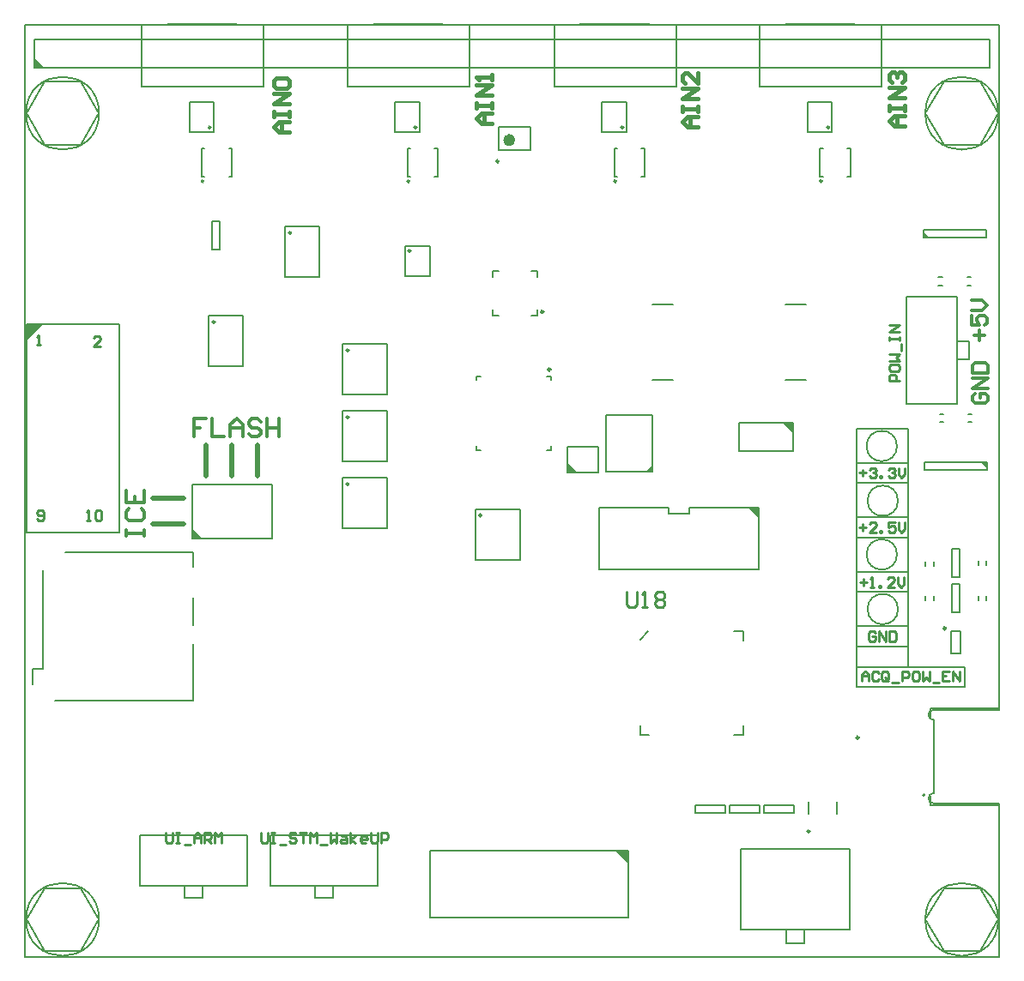
<source format=gto>
G04*
G04 #@! TF.GenerationSoftware,Altium Limited,Altium Designer,22.0.2 (36)*
G04*
G04 Layer_Color=65535*
%FSLAX44Y44*%
%MOMM*%
G71*
G04*
G04 #@! TF.SameCoordinates,BB817302-6D05-45A6-82D7-9B19CF937CD1*
G04*
G04*
G04 #@! TF.FilePolarity,Positive*
G04*
G01*
G75*
%ADD10C,0.2500*%
%ADD11C,0.1500*%
%ADD12C,0.2000*%
%ADD13C,0.2540*%
%ADD14C,0.6000*%
%ADD15C,0.5000*%
%ADD16C,0.1524*%
%ADD17C,0.3500*%
%ADD18C,0.4000*%
G36*
X164630Y413330D02*
Y423490D01*
X174790Y413330D01*
X164630Y413330D01*
D02*
G37*
G36*
X595000Y92000D02*
Y105000D01*
X582000Y105000D01*
X595000Y92000D01*
D02*
G37*
G36*
X17790Y625020D02*
X1130D01*
X1130Y608360D01*
X17790Y625020D01*
D02*
G37*
G36*
X9230Y878030D02*
Y888190D01*
X19390Y878030D01*
X9230Y878030D01*
D02*
G37*
G36*
X534920Y478000D02*
Y488160D01*
X545080Y478000D01*
X534920Y478000D01*
D02*
G37*
G36*
X612000Y479000D02*
X619000Y479000D01*
Y486000D01*
X612000Y479000D01*
D02*
G37*
G36*
X723500Y443350D02*
Y433190D01*
X713340Y443350D01*
X723500Y443350D01*
D02*
G37*
G36*
X757670Y526970D02*
Y516810D01*
X747510Y526970D01*
X757670Y526970D01*
D02*
G37*
G36*
X949150Y488750D02*
X949150Y482750D01*
X943150Y488750D01*
X949150Y488750D01*
D02*
G37*
G36*
X885850Y710250D02*
X885850Y716250D01*
X891850Y710250D01*
X885850Y710250D01*
D02*
G37*
D10*
X822250Y216500D02*
G03*
X822250Y216500I-1250J0D01*
G01*
X518250Y580000D02*
G03*
X518250Y580000I-1250J0D01*
G01*
X908250Y324500D02*
G03*
X908250Y324500I-1250J0D01*
G01*
X467250Y785500D02*
G03*
X467250Y785500I-1250J0D01*
G01*
X511250Y637000D02*
G03*
X511250Y637000I-1250J0D01*
G01*
D11*
X72885Y832981D02*
G03*
X72885Y832981I-36000J0D01*
G01*
X959885D02*
G03*
X959885Y832981I-36000J0D01*
G01*
X72885Y37001D02*
G03*
X72885Y37001I-36000J0D01*
G01*
X959885Y36981D02*
G03*
X959885Y36981I-36000J0D01*
G01*
X859942Y397389D02*
G03*
X859942Y397389I-15000J0D01*
G01*
X860942Y343389D02*
G03*
X860942Y343389I-15000J0D01*
G01*
X859942Y504389D02*
G03*
X859942Y504389I-15000J0D01*
G01*
X860942Y450389D02*
G03*
X860942Y450389I-15000J0D01*
G01*
X724800Y859000D02*
X844800D01*
X724800D02*
Y921000D01*
X844800Y859000D02*
Y921000D01*
X522000Y859000D02*
X642000D01*
X522000D02*
Y921000D01*
X642000Y859000D02*
Y921000D01*
X318400Y859000D02*
X438400D01*
X318400D02*
Y921000D01*
X438400Y859000D02*
Y921000D01*
X115200Y859000D02*
X235200D01*
X115200D02*
Y921000D01*
X235200Y859000D02*
Y921000D01*
X655000Y443350D02*
X723500D01*
X566500Y382850D02*
X723500D01*
X566500D02*
Y443350D01*
X723500Y382850D02*
Y443350D01*
X635001Y437850D02*
X655001D01*
Y443350D01*
X635001Y437850D02*
Y443350D01*
X566502D02*
X635002D01*
X869000Y652000D02*
X919000D01*
X869000Y546000D02*
X919000D01*
X869000D02*
Y652000D01*
X919000Y546000D02*
Y652000D01*
X931000Y590000D02*
Y608000D01*
X919000Y590000D02*
X931000D01*
X919000Y608000D02*
X931000D01*
X595000Y39000D02*
Y105000D01*
X399000Y39000D02*
Y105000D01*
X595000D01*
X399000Y39000D02*
X595000D01*
X813500Y27200D02*
Y106200D01*
X705500Y27200D02*
Y106200D01*
X813500D01*
X705500Y27200D02*
X813500D01*
X750500Y13200D02*
X768500D01*
Y27200D01*
X750500Y13200D02*
Y27200D01*
X219000Y70200D02*
Y120200D01*
X113000Y70200D02*
Y120200D01*
X219000D01*
X113000Y70200D02*
X219000D01*
X157000Y58200D02*
X175000D01*
X157000D02*
Y70200D01*
X175000Y58200D02*
Y70200D01*
X348000D02*
Y120200D01*
X242000Y70200D02*
Y120200D01*
X348000D01*
X242000Y70200D02*
X348000D01*
X286000Y58200D02*
X304000D01*
X286000D02*
Y70200D01*
X304000Y58200D02*
Y70200D01*
X1280Y624870D02*
X92720D01*
X1280Y419130D02*
X92720D01*
X1280D02*
Y624870D01*
X92720Y419130D02*
Y624870D01*
X535000Y478001D02*
X565000D01*
X535000Y504001D02*
X565000D01*
Y477999D02*
Y503999D01*
X535000Y478001D02*
Y504001D01*
X704330Y499030D02*
X757670D01*
X704330D02*
Y526970D01*
X757670D01*
Y499030D02*
Y526970D01*
X606500Y313500D02*
X614500Y321500D01*
X606500Y219500D02*
X615500D01*
X606500D02*
Y228500D01*
X699500Y219500D02*
X708500D01*
Y228500D01*
X708500Y312500D02*
Y321500D01*
X699500D02*
X708500D01*
X54897Y864003D02*
X72797Y832999D01*
X54897Y801999D02*
X72797Y833003D01*
X19100Y802001D02*
X54900D01*
X1203Y833003D02*
X19103Y801999D01*
X1203Y832999D02*
X19103Y864003D01*
X19100Y864001D02*
X54900D01*
X941897Y864003D02*
X959797Y832999D01*
X941897Y801999D02*
X959797Y833003D01*
X906100Y802001D02*
X941900D01*
X888203Y833003D02*
X906103Y801999D01*
X888203Y832999D02*
X906103Y864003D01*
X906100Y864001D02*
X941900D01*
X54897Y68022D02*
X72797Y37018D01*
X54897Y6018D02*
X72797Y37022D01*
X19100Y6020D02*
X54900D01*
X1203Y37022D02*
X19103Y6018D01*
X1203Y37018D02*
X19103Y68022D01*
X19100Y68020D02*
X54900D01*
X941897Y68003D02*
X959797Y36999D01*
X941897Y5999D02*
X959797Y37003D01*
X906100Y6001D02*
X941900D01*
X888203Y37003D02*
X906103Y5999D01*
X888203Y36999D02*
X906103Y68003D01*
X906100Y68001D02*
X941900D01*
X165600Y327400D02*
Y354400D01*
Y385400D02*
Y399400D01*
X39600D02*
X165600D01*
X17600Y284400D02*
Y381660D01*
X7600Y284400D02*
X17600D01*
X7600Y268900D02*
Y284400D01*
X29180Y253400D02*
X165600D01*
Y309130D01*
X892750Y236800D02*
Y245800D01*
X960750D01*
X892750Y149800D02*
Y158800D01*
Y149800D02*
X960750D01*
X619000Y570000D02*
X639000D01*
X619000Y644000D02*
X639000D01*
X357000Y489000D02*
Y539000D01*
X313000Y489000D02*
Y539000D01*
X313000D02*
X357000D01*
X313000Y489000D02*
X357000D01*
X357000Y423000D02*
Y473000D01*
X313000Y423000D02*
Y473000D01*
X313000D02*
X357000D01*
X313000Y423000D02*
X357000D01*
X357000Y555000D02*
Y605000D01*
X313000Y555000D02*
Y605000D01*
X313000D02*
X357000D01*
X313000Y555000D02*
X357000D01*
X162000Y844000D02*
X186000D01*
X162000Y814000D02*
Y844000D01*
Y814000D02*
X186000D01*
Y844000D01*
X923000Y299500D02*
Y321500D01*
X913000Y299500D02*
Y321500D01*
Y299500D02*
X923000D01*
X913000Y321500D02*
X923000D01*
X728571Y141971D02*
X758571D01*
X728571Y149971D02*
X758571D01*
X728571Y141971D02*
Y149971D01*
X758571Y141971D02*
Y149971D01*
X660571Y141971D02*
X690571D01*
X660571Y149971D02*
X690571D01*
X660571Y141971D02*
Y149971D01*
X690571Y141971D02*
Y149971D01*
X694571Y141971D02*
X724571D01*
X694571Y149971D02*
X724571D01*
X694571Y141971D02*
Y149971D01*
X724571Y141971D02*
Y149971D01*
X375000Y672000D02*
X399000D01*
Y702000D01*
X375000D02*
X399000D01*
X375000Y672000D02*
Y702000D01*
X444000Y392000D02*
X488000D01*
X444000Y442000D02*
X488000D01*
X444000Y392000D02*
Y442000D01*
X488000Y392000D02*
Y442000D01*
X914000Y340000D02*
X922000D01*
X914000Y368000D02*
X922000D01*
Y340000D02*
Y368000D01*
X914000Y340000D02*
Y368000D01*
X914000Y375000D02*
X922000D01*
X914000Y403000D02*
X922000D01*
Y375000D02*
Y403000D01*
X914000Y375000D02*
Y403000D01*
X887150Y488750D02*
X949150D01*
X887150Y480750D02*
Y488750D01*
Y480750D02*
X949150D01*
Y488750D01*
X885850Y710250D02*
X947850D01*
Y718250D01*
X885850D02*
X947850D01*
X885850Y710250D02*
Y718250D01*
X902000Y536000D02*
X906000D01*
X902000Y528000D02*
X906000D01*
X930000D02*
X934000D01*
X930000Y536000D02*
X934000D01*
X929000Y663000D02*
X933000D01*
X929000Y671000D02*
X933000D01*
X901000D02*
X905000D01*
X901000Y663000D02*
X905000D01*
X888000Y352000D02*
Y356000D01*
X896000Y352000D02*
Y356000D01*
X940000Y352000D02*
Y356000D01*
X948000Y352000D02*
Y356000D01*
X888000Y386000D02*
Y390000D01*
X896000Y386000D02*
Y390000D01*
X940000Y387000D02*
Y391000D01*
X948000Y387000D02*
Y391000D01*
X573000Y479000D02*
Y535000D01*
X619000D01*
Y479000D02*
Y535000D01*
X573000Y479000D02*
X619000D01*
X750000Y644000D02*
X770000D01*
X750000Y570000D02*
X770000D01*
X256000Y671000D02*
X290000D01*
X256000Y721000D02*
X290000D01*
X256000Y671000D02*
Y721000D01*
X290000Y671000D02*
Y721000D01*
X215000Y583000D02*
Y633000D01*
X181000Y583000D02*
Y633000D01*
X215000D01*
X181000Y583000D02*
X215000D01*
X164630Y413330D02*
Y466670D01*
X243370D01*
X164630Y413330D02*
X243370D01*
Y466670D01*
X505000Y633000D02*
Y639000D01*
X499000Y633000D02*
X505000D01*
X461000D02*
X467000D01*
X461000D02*
Y639000D01*
Y671000D02*
Y677000D01*
X467000D01*
X499000D02*
X505000D01*
Y671000D02*
Y677000D01*
X581000Y770000D02*
Y798000D01*
X611000Y770000D02*
Y798000D01*
X608000Y770000D02*
X611000D01*
X581000D02*
X584000D01*
X608000Y798000D02*
X611000D01*
X581000D02*
X584000D01*
X593000Y814000D02*
Y844000D01*
X569000Y814000D02*
X593000D01*
X569000D02*
Y844000D01*
X593000D01*
X796000Y814000D02*
Y844000D01*
X772000Y814000D02*
X796000D01*
X772000D02*
Y844000D01*
X796000D01*
X784000Y798000D02*
X787000D01*
X811000D02*
X814000D01*
X784000Y770000D02*
X787000D01*
X811000D02*
X814000D01*
Y798000D01*
X784000Y770000D02*
Y798000D01*
X377000D02*
X380000D01*
X404000D02*
X407000D01*
X377000Y770000D02*
X380000D01*
X404000D02*
X407000D01*
Y798000D01*
X377000Y770000D02*
Y798000D01*
X389000Y814000D02*
Y844000D01*
X365000Y814000D02*
X389000D01*
X365000D02*
Y844000D01*
X389000D01*
X951570Y878030D02*
Y905970D01*
X9230D02*
X951570D01*
X9230Y878030D02*
X951570D01*
X9230D02*
Y905970D01*
X184000Y726000D02*
X192000D01*
X184000Y698000D02*
X192000D01*
X184000D02*
Y726000D01*
X192000Y698000D02*
Y726000D01*
X174000Y770000D02*
Y798000D01*
X204000Y770000D02*
Y798000D01*
X201000Y770000D02*
X204000D01*
X174000D02*
X177000D01*
X201000Y798000D02*
X204000D01*
X174000D02*
X177000D01*
X896000Y244000D02*
G03*
X896000Y234000I0J-5000D01*
G01*
Y161600D02*
G03*
X896000Y151600I0J-5000D01*
G01*
X749800Y921000D02*
X818800D01*
X547000Y921000D02*
X616000D01*
X343400Y921000D02*
X412400D01*
X140200D02*
X209200D01*
X961000Y141600D02*
Y151600D01*
X896000D02*
X961000D01*
X961000Y0D02*
X961000Y141600D01*
X0Y0D02*
X961000D01*
X961000Y254000D02*
X961000Y920000D01*
X896000Y244000D02*
X961000D01*
Y254000D01*
X896000Y161600D02*
Y234000D01*
X0Y920000D02*
X0Y0D01*
X0Y920000D02*
X961000D01*
D12*
X887250Y159800D02*
G03*
X887250Y159800I-1000J0D01*
G01*
X445500Y569750D02*
Y573500D01*
X449250D01*
X445500Y500500D02*
Y504250D01*
Y500500D02*
X449250D01*
X514750D02*
X518500D01*
Y504250D01*
Y569750D02*
Y573500D01*
X514750D02*
X518500D01*
X819942Y326389D02*
X870942D01*
X819942Y414039D02*
X870942D01*
X819942Y360214D02*
X870942D01*
X819942Y380214D02*
X870942D01*
X819942Y306389D02*
X870942D01*
X819942D02*
Y521688D01*
Y266389D02*
Y306389D01*
X870942Y286389D02*
Y306389D01*
Y286389D02*
X870942Y286389D01*
X870942Y306389D02*
Y521688D01*
X819942Y266389D02*
X870942D01*
X819942Y286389D02*
X870942D01*
X819942Y521688D02*
X870942D01*
X819942Y434039D02*
X870942D01*
X819942Y467863D02*
X870942D01*
X819942Y487863D02*
X870942D01*
Y266389D02*
X926942D01*
X926942Y266389D02*
Y286389D01*
X870942D02*
X926942D01*
X467500Y796500D02*
X498500D01*
X467500Y819500D02*
X498500D01*
X467500Y796500D02*
Y819500D01*
X498500Y796500D02*
Y819500D01*
D13*
X319000Y532950D02*
G03*
X319000Y532950I-1000J0D01*
G01*
X319000Y466950D02*
G03*
X319000Y466950I-1000J0D01*
G01*
Y598950D02*
G03*
X319000Y598950I-1000J0D01*
G01*
X183000Y819000D02*
G03*
X183000Y819000I-1000J0D01*
G01*
X773821Y123971D02*
G03*
X773821Y123971I-1000J0D01*
G01*
X380000Y697000D02*
G03*
X380000Y697000I-1000J0D01*
G01*
X450000Y435950D02*
G03*
X450000Y435950I-1000J0D01*
G01*
X262000Y714950D02*
G03*
X262000Y714950I-1000J0D01*
G01*
X187000Y626950D02*
G03*
X187000Y626950I-1000J0D01*
G01*
X583000Y766000D02*
G03*
X583000Y766000I-1000J0D01*
G01*
X590000Y819000D02*
G03*
X590000Y819000I-1000J0D01*
G01*
X793000D02*
G03*
X793000Y819000I-1000J0D01*
G01*
X786000Y766000D02*
G03*
X786000Y766000I-1000J0D01*
G01*
X379000D02*
G03*
X379000Y766000I-1000J0D01*
G01*
X386000Y819000D02*
G03*
X386000Y819000I-1000J0D01*
G01*
X176000Y766000D02*
G03*
X176000Y766000I-1000J0D01*
G01*
X11668Y432668D02*
X13334Y431002D01*
X16666D01*
X18332Y432668D01*
Y439332D01*
X16666Y440998D01*
X13334D01*
X11668Y439332D01*
Y437666D01*
X13334Y436000D01*
X18332D01*
X60503Y431002D02*
X63835D01*
X62169D01*
Y440998D01*
X60503Y439332D01*
X68833D02*
X70499Y440998D01*
X73832D01*
X75498Y439332D01*
Y432668D01*
X73832Y431002D01*
X70499D01*
X68833Y432668D01*
Y439332D01*
X825124Y272224D02*
Y278888D01*
X828456Y282221D01*
X831789Y278888D01*
Y272224D01*
Y277222D01*
X825124D01*
X841785Y280555D02*
X840119Y282221D01*
X836787D01*
X835121Y280555D01*
Y273890D01*
X836787Y272224D01*
X840119D01*
X841785Y273890D01*
X851782D02*
Y280555D01*
X850116Y282221D01*
X846784D01*
X845118Y280555D01*
Y273890D01*
X846784Y272224D01*
X850116D01*
X848450Y275556D02*
X851782Y272224D01*
X850116D02*
X851782Y273890D01*
X855114Y270558D02*
X861779D01*
X865111Y272224D02*
Y282221D01*
X870110D01*
X871776Y280555D01*
Y277222D01*
X870110Y275556D01*
X865111D01*
X880106Y282221D02*
X876774D01*
X875108Y280555D01*
Y273890D01*
X876774Y272224D01*
X880106D01*
X881773Y273890D01*
Y280555D01*
X880106Y282221D01*
X885105D02*
Y272224D01*
X888437Y275556D01*
X891769Y272224D01*
Y282221D01*
X895101Y270558D02*
X901766D01*
X911763Y282221D02*
X905098D01*
Y272224D01*
X911763D01*
X905098Y277222D02*
X908431D01*
X915095Y272224D02*
Y282221D01*
X921760Y272224D01*
Y282221D01*
X822949Y477863D02*
X829614D01*
X826281Y481195D02*
Y474531D01*
X832946Y481195D02*
X834612Y482862D01*
X837944D01*
X839610Y481195D01*
Y479529D01*
X837944Y477863D01*
X836278D01*
X837944D01*
X839610Y476197D01*
Y474531D01*
X837944Y472865D01*
X834612D01*
X832946Y474531D01*
X842943Y472865D02*
Y474531D01*
X844609D01*
Y472865D01*
X842943D01*
X851273Y481195D02*
X852940Y482862D01*
X856272D01*
X857938Y481195D01*
Y479529D01*
X856272Y477863D01*
X854606D01*
X856272D01*
X857938Y476197D01*
Y474531D01*
X856272Y472865D01*
X852940D01*
X851273Y474531D01*
X861270Y482862D02*
Y476197D01*
X864602Y472865D01*
X867935Y476197D01*
Y482862D01*
X74332Y603002D02*
X67668D01*
X74332Y609666D01*
Y611332D01*
X72666Y612999D01*
X69334D01*
X67668Y611332D01*
X823782Y370214D02*
X830447D01*
X827114Y373546D02*
Y366882D01*
X833779Y365215D02*
X837111D01*
X835445D01*
Y375212D01*
X833779Y373546D01*
X842110Y365215D02*
Y366882D01*
X843776D01*
Y365215D01*
X842110D01*
X857105D02*
X850440D01*
X857105Y371880D01*
Y373546D01*
X855439Y375212D01*
X852106D01*
X850440Y373546D01*
X860437Y375212D02*
Y368548D01*
X863769Y365215D01*
X867102Y368548D01*
Y375212D01*
X232520Y122831D02*
Y114501D01*
X234186Y112835D01*
X237519D01*
X239185Y114501D01*
Y122831D01*
X242517D02*
X245849D01*
X244183D01*
Y112835D01*
X242517D01*
X245849D01*
X250848Y111168D02*
X257512D01*
X267509Y121165D02*
X265843Y122831D01*
X262511D01*
X260844Y121165D01*
Y119499D01*
X262511Y117833D01*
X265843D01*
X267509Y116167D01*
Y114501D01*
X265843Y112835D01*
X262511D01*
X260844Y114501D01*
X270841Y122831D02*
X277506D01*
X274173D01*
Y112835D01*
X280838D02*
Y122831D01*
X284170Y119499D01*
X287502Y122831D01*
Y112835D01*
X290835Y111168D02*
X297499D01*
X300832Y122831D02*
Y112835D01*
X304164Y116167D01*
X307496Y112835D01*
Y122831D01*
X312494Y119499D02*
X315827D01*
X317493Y117833D01*
Y112835D01*
X312494D01*
X310828Y114501D01*
X312494Y116167D01*
X317493D01*
X320825Y112835D02*
Y122831D01*
Y116167D02*
X325823Y119499D01*
X320825Y116167D02*
X325823Y112835D01*
X335820D02*
X332488D01*
X330822Y114501D01*
Y117833D01*
X332488Y119499D01*
X335820D01*
X337486Y117833D01*
Y116167D01*
X330822D01*
X340819Y122831D02*
Y114501D01*
X342485Y112835D01*
X345817D01*
X347483Y114501D01*
Y122831D01*
X350815Y112835D02*
Y122831D01*
X355814D01*
X357480Y121165D01*
Y117833D01*
X355814Y116167D01*
X350815D01*
X138509Y122831D02*
Y114501D01*
X140175Y112835D01*
X143507D01*
X145173Y114501D01*
Y122831D01*
X148506D02*
X151838D01*
X150172D01*
Y112835D01*
X148506D01*
X151838D01*
X156836Y111168D02*
X163501D01*
X166833Y112835D02*
Y119499D01*
X170165Y122831D01*
X173498Y119499D01*
Y112835D01*
Y117833D01*
X166833D01*
X176830Y112835D02*
Y122831D01*
X181828D01*
X183494Y121165D01*
Y117833D01*
X181828Y116167D01*
X176830D01*
X180162D02*
X183494Y112835D01*
X186827D02*
Y122831D01*
X190159Y119499D01*
X193491Y122831D01*
Y112835D01*
X11334Y604002D02*
X14666D01*
X13000D01*
Y613998D01*
X11334Y612332D01*
X822949Y424039D02*
X829614D01*
X826281Y427371D02*
Y420706D01*
X839610Y419040D02*
X832946D01*
X839610Y425705D01*
Y427371D01*
X837944Y429037D01*
X834612D01*
X832946Y427371D01*
X842943Y419040D02*
Y420706D01*
X844609D01*
Y419040D01*
X842943D01*
X857938Y429037D02*
X851273D01*
Y424039D01*
X854606Y425705D01*
X856272D01*
X857938Y424039D01*
Y420706D01*
X856272Y419040D01*
X852940D01*
X851273Y420706D01*
X861270Y429037D02*
Y422372D01*
X864602Y419040D01*
X867935Y422372D01*
Y429037D01*
X862165Y568509D02*
X852169D01*
Y573507D01*
X853835Y575173D01*
X857167D01*
X858833Y573507D01*
Y568509D01*
X852169Y583504D02*
Y580172D01*
X853835Y578506D01*
X860499D01*
X862165Y580172D01*
Y583504D01*
X860499Y585170D01*
X853835D01*
X852169Y583504D01*
Y588503D02*
X862165D01*
X858833Y591835D01*
X862165Y595167D01*
X852169D01*
X863831Y598499D02*
Y605164D01*
X852169Y608496D02*
Y611828D01*
Y610162D01*
X862165D01*
Y608496D01*
Y611828D01*
Y616827D02*
X852169D01*
X862165Y623491D01*
X852169D01*
X838777Y319722D02*
X837111Y321388D01*
X833779D01*
X832113Y319722D01*
Y313057D01*
X833779Y311391D01*
X837111D01*
X838777Y313057D01*
Y316389D01*
X835445D01*
X842110Y311391D02*
Y321388D01*
X848774Y311391D01*
Y321388D01*
X852106D02*
Y311391D01*
X857105D01*
X858771Y313057D01*
Y319722D01*
X857105Y321388D01*
X852106D01*
X592836Y360550D02*
Y347854D01*
X595376Y345315D01*
X600454D01*
X602993Y347854D01*
Y360550D01*
X608072Y345315D02*
X613150D01*
X610611D01*
Y360550D01*
X608072Y358011D01*
X620767D02*
X623307Y360550D01*
X628385D01*
X630924Y358011D01*
Y355471D01*
X628385Y352932D01*
X630924Y350393D01*
Y347854D01*
X628385Y345315D01*
X623307D01*
X620767Y347854D01*
Y350393D01*
X623307Y352932D01*
X620767Y355471D01*
Y358011D01*
X623307Y352932D02*
X628385D01*
D14*
X480500Y806500D02*
G03*
X480500Y806500I-3000J0D01*
G01*
D15*
X126300Y427300D02*
X156300D01*
X126300Y452700D02*
X156300D01*
X229400Y475000D02*
Y505000D01*
X204000Y475000D02*
Y505000D01*
X178600Y475000D02*
Y505000D01*
D16*
X800821Y140971D02*
Y152971D01*
X772822Y140970D02*
Y152970D01*
D17*
X941003Y608500D02*
Y618497D01*
X936004Y613498D02*
X946001D01*
X933505Y633492D02*
Y623495D01*
X941003D01*
X938503Y628493D01*
Y630993D01*
X941003Y633492D01*
X946001D01*
X948500Y630993D01*
Y625994D01*
X946001Y623495D01*
X933505Y638490D02*
X943502D01*
X948500Y643489D01*
X943502Y648487D01*
X933505D01*
X937004Y556497D02*
X934505Y553997D01*
Y548999D01*
X937004Y546500D01*
X947001D01*
X949500Y548999D01*
Y553997D01*
X947001Y556497D01*
X942002D01*
Y551498D01*
X949500Y561495D02*
X934505D01*
X949500Y571492D01*
X934505D01*
Y576490D02*
X949500D01*
Y583988D01*
X947001Y586487D01*
X937004D01*
X934505Y583988D01*
Y576490D01*
X99506Y415500D02*
Y421498D01*
Y418499D01*
X117500D01*
Y415500D01*
Y421498D01*
X102505Y442491D02*
X99506Y439492D01*
Y433494D01*
X102505Y430495D01*
X114501D01*
X117500Y433494D01*
Y439492D01*
X114501Y442491D01*
X99506Y460485D02*
Y448489D01*
X117500D01*
Y460485D01*
X108503Y448489D02*
Y454487D01*
X178496Y531494D02*
X166500D01*
Y522497D01*
X172498D01*
X166500D01*
Y513500D01*
X184494Y531494D02*
Y513500D01*
X196490D01*
X202488D02*
Y525496D01*
X208486Y531494D01*
X214484Y525496D01*
Y513500D01*
Y522497D01*
X202488D01*
X232479Y528495D02*
X229480Y531494D01*
X223482D01*
X220483Y528495D01*
Y525496D01*
X223482Y522497D01*
X229480D01*
X232479Y519498D01*
Y516499D01*
X229480Y513500D01*
X223482D01*
X220483Y516499D01*
X238477Y531494D02*
Y513500D01*
Y522497D01*
X250473D01*
Y531494D01*
Y513500D01*
D18*
X460617Y822878D02*
X450461D01*
X445382Y827956D01*
X450461Y833035D01*
X460617D01*
X453000D01*
Y822878D01*
X445382Y838113D02*
Y843191D01*
Y840652D01*
X460617D01*
Y838113D01*
Y843191D01*
Y850809D02*
X445382D01*
X460617Y860965D01*
X445382D01*
X460617Y866044D02*
Y871122D01*
Y868583D01*
X445382D01*
X447922Y866044D01*
X663617Y819339D02*
X653461D01*
X648382Y824417D01*
X653461Y829495D01*
X663617D01*
X656000D01*
Y819339D01*
X648382Y834574D02*
Y839652D01*
Y837113D01*
X663617D01*
Y834574D01*
Y839652D01*
Y847270D02*
X648382D01*
X663617Y857426D01*
X648382D01*
X663617Y872661D02*
Y862505D01*
X653461Y872661D01*
X650922D01*
X648382Y870122D01*
Y865044D01*
X650922Y862505D01*
X867617Y820339D02*
X857461D01*
X852382Y825417D01*
X857461Y830495D01*
X867617D01*
X860000D01*
Y820339D01*
X852382Y835574D02*
Y840652D01*
Y838113D01*
X867617D01*
Y835574D01*
Y840652D01*
Y848270D02*
X852382D01*
X867617Y858426D01*
X852382D01*
X854922Y863505D02*
X852382Y866044D01*
Y871122D01*
X854922Y873661D01*
X857461D01*
X860000Y871122D01*
Y868583D01*
Y871122D01*
X862539Y873661D01*
X865078D01*
X867617Y871122D01*
Y866044D01*
X865078Y863505D01*
X260618Y814339D02*
X250461D01*
X245382Y819417D01*
X250461Y824495D01*
X260618D01*
X253000D01*
Y814339D01*
X245382Y829574D02*
Y834652D01*
Y832113D01*
X260618D01*
Y829574D01*
Y834652D01*
Y842270D02*
X245382D01*
X260618Y852426D01*
X245382D01*
X247922Y857505D02*
X245382Y860044D01*
Y865122D01*
X247922Y867661D01*
X258078D01*
X260618Y865122D01*
Y860044D01*
X258078Y857505D01*
X247922D01*
M02*

</source>
